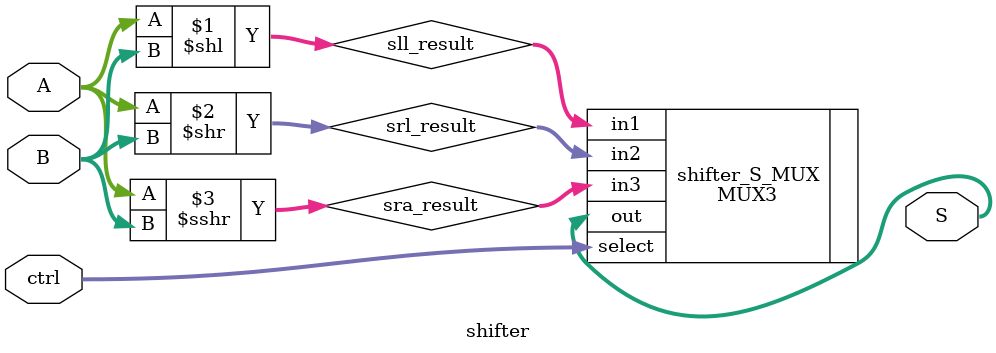
<source format=v>
`timescale 1ns / 1ps
/*
 * ctrl:
 *		00 -- sll
 *		01 -- srl
 *		10 -- sra
*/
module shifter(A, B, ctrl, S);
input[31:0] A;
input[4:0] B;
input[1:0] ctrl;
output[31:0] S;
	wire[31:0] sll_result = A << B;
	wire[31:0] srl_result = A >> B;
	wire[31:0] sra_result = ($signed(A) >>> $signed(B));
	MUX3#(32)shifter_S_MUX(.in1(sll_result), .in2(srl_result), .in3(sra_result), .select(ctrl), .out(S));
endmodule

</source>
